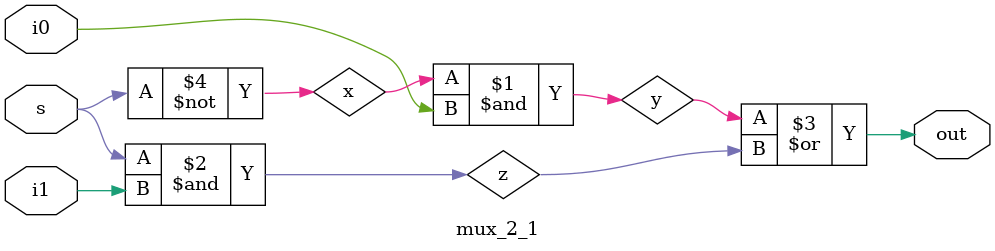
<source format=v>
module mux_2_1(input s,i0,i1,output out); 

  wire x,y,z; 

  not n1(x,s); 

  and a1(y,x,i0); 

  and a2(z,s,i1); 

  or o1(out,y,z); 

endmodule 

</source>
